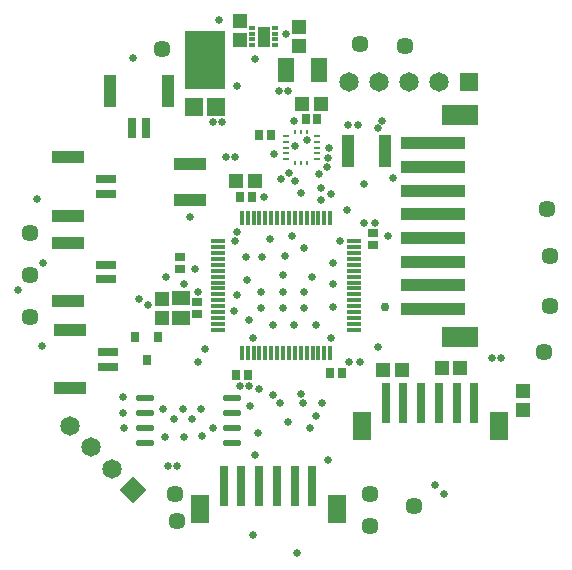
<source format=gts>
%TF.GenerationSoftware,Altium Limited,Altium Designer,25.0.2 (28)*%
G04 Layer_Color=8388736*
%FSLAX45Y45*%
%MOMM*%
%TF.SameCoordinates,35A56F3A-7D9F-4CF9-8D97-DF5CB8944ECC*%
%TF.FilePolarity,Negative*%
%TF.FileFunction,Soldermask,Top*%
%TF.Part,Single*%
G01*
G75*
%TA.AperFunction,SMDPad,CuDef*%
%ADD10R,1.01600X2.69240*%
%ADD12R,1.60020X2.38760*%
%ADD13R,0.71120X3.40360*%
%ADD16R,0.47500X0.24994*%
%ADD17R,0.24994X0.35000*%
G04:AMPARAMS|DCode=18|XSize=1.4986mm|YSize=0.5334mm|CornerRadius=0.13335mm|HoleSize=0mm|Usage=FLASHONLY|Rotation=0.000|XOffset=0mm|YOffset=0mm|HoleType=Round|Shape=RoundedRectangle|*
%AMROUNDEDRECTD18*
21,1,1.49860,0.26670,0,0,0.0*
21,1,1.23190,0.53340,0,0,0.0*
1,1,0.26670,0.61595,-0.13335*
1,1,0.26670,-0.61595,-0.13335*
1,1,0.26670,-0.61595,0.13335*
1,1,0.26670,0.61595,0.13335*
%
%ADD18ROUNDEDRECTD18*%
%ADD21R,2.69240X1.01600*%
%ADD22R,1.19380X0.30480*%
%ADD23R,0.30480X1.19380*%
%ADD25R,5.51180X0.99060*%
%ADD26R,3.09880X1.70180*%
%ADD27R,1.09220X2.79400*%
%ADD28R,0.66040X1.80340*%
%ADD29R,1.80340X0.66040*%
%ADD30R,2.79400X1.09220*%
%ADD60R,1.30000X1.25000*%
%ADD61R,1.40000X2.15000*%
%ADD62R,0.85000X0.75000*%
%ADD63R,1.25000X1.30000*%
%ADD64R,0.75000X0.85000*%
%ADD65R,1.62000X1.31000*%
%ADD66R,0.60160X0.35160*%
%ADD67R,1.00160X1.70160*%
%ADD68R,1.54000X1.55000*%
%ADD69R,3.51000X5.01000*%
%TA.AperFunction,ComponentPad*%
%ADD70C,1.45000*%
%ADD71P,2.33345X4X180.0*%
%ADD72C,1.65000*%
%ADD73R,1.65000X1.65000*%
%TA.AperFunction,ViaPad*%
%ADD74C,0.65800*%
%ADD75C,0.75000*%
D10*
X11328400Y8623300D02*
D03*
X11018520D02*
D03*
D12*
X9757800Y5591550D02*
D03*
X10917800D02*
D03*
X11129400Y6290050D02*
D03*
X12289400D02*
D03*
D13*
X9962800Y5786550D02*
D03*
X10112800D02*
D03*
X10262800D02*
D03*
X10412800D02*
D03*
X10562800D02*
D03*
X10712800D02*
D03*
X11334400Y6485050D02*
D03*
X11484400D02*
D03*
X11634400D02*
D03*
X11784400D02*
D03*
X11934400D02*
D03*
X12084400D02*
D03*
D16*
X10485946Y8748725D02*
D03*
Y8698713D02*
D03*
Y8648700D02*
D03*
Y8598687D02*
D03*
Y8548675D02*
D03*
X10748454D02*
D03*
Y8598687D02*
D03*
Y8648700D02*
D03*
Y8698713D02*
D03*
Y8748725D02*
D03*
D17*
X10567187Y8521205D02*
D03*
X10617200D02*
D03*
X10667213D02*
D03*
Y8776195D02*
D03*
X10617200D02*
D03*
X10567187D02*
D03*
D18*
X10030460Y6527800D02*
D03*
Y6400800D02*
D03*
Y6273800D02*
D03*
Y6146800D02*
D03*
X9298940Y6273800D02*
D03*
Y6400800D02*
D03*
Y6527800D02*
D03*
Y6146800D02*
D03*
D21*
X9677400Y8201660D02*
D03*
Y8511540D02*
D03*
D22*
X9915200Y7855300D02*
D03*
Y7805300D02*
D03*
Y7755300D02*
D03*
Y7705300D02*
D03*
Y7655300D02*
D03*
Y7605300D02*
D03*
Y7555300D02*
D03*
Y7505300D02*
D03*
Y7455300D02*
D03*
Y7405300D02*
D03*
Y7355300D02*
D03*
Y7305300D02*
D03*
Y7255300D02*
D03*
Y7205300D02*
D03*
Y7155300D02*
D03*
Y7105300D02*
D03*
X11065200D02*
D03*
Y7155300D02*
D03*
Y7205300D02*
D03*
Y7255300D02*
D03*
Y7305300D02*
D03*
Y7355300D02*
D03*
Y7405300D02*
D03*
Y7455300D02*
D03*
Y7505300D02*
D03*
Y7555300D02*
D03*
Y7605300D02*
D03*
Y7655300D02*
D03*
Y7705300D02*
D03*
Y7755300D02*
D03*
Y7805300D02*
D03*
Y7855300D02*
D03*
D23*
X10115200Y6905300D02*
D03*
X10165200D02*
D03*
X10215200D02*
D03*
X10265200D02*
D03*
X10315200D02*
D03*
X10365200D02*
D03*
X10415200D02*
D03*
X10465200D02*
D03*
X10515200D02*
D03*
X10565200D02*
D03*
X10615200D02*
D03*
X10665200D02*
D03*
X10715200D02*
D03*
X10765200D02*
D03*
X10815200D02*
D03*
X10865200D02*
D03*
Y8055300D02*
D03*
X10815200D02*
D03*
X10765200D02*
D03*
X10715200D02*
D03*
X10665200D02*
D03*
X10615200D02*
D03*
X10565200D02*
D03*
X10515200D02*
D03*
X10465200D02*
D03*
X10415200D02*
D03*
X10365200D02*
D03*
X10315200D02*
D03*
X10265200D02*
D03*
X10215200D02*
D03*
X10165200D02*
D03*
X10115200D02*
D03*
D25*
X11734800Y8683500D02*
D03*
Y8483500D02*
D03*
Y8283500D02*
D03*
Y8083500D02*
D03*
Y7883500D02*
D03*
Y7683500D02*
D03*
Y7483500D02*
D03*
Y7283500D02*
D03*
D26*
X11959990Y7043500D02*
D03*
Y8923500D02*
D03*
D27*
X8998100Y9129990D02*
D03*
X9493100D02*
D03*
D28*
X9183100Y8809990D02*
D03*
X9308100D02*
D03*
D29*
X8966200Y8382000D02*
D03*
Y8257000D02*
D03*
Y7533100D02*
D03*
Y7658100D02*
D03*
X8978900Y6919500D02*
D03*
Y6794500D02*
D03*
D30*
X8646200Y8567000D02*
D03*
Y8072000D02*
D03*
Y7348100D02*
D03*
Y7843100D02*
D03*
X8658900Y7104500D02*
D03*
Y6609500D02*
D03*
D60*
X11967200Y6781800D02*
D03*
X11807200D02*
D03*
X10626100Y9020400D02*
D03*
X10786100D02*
D03*
X10226275Y8364090D02*
D03*
X10066275D02*
D03*
X11471900Y6769100D02*
D03*
X11311900D02*
D03*
D61*
X10766841Y9309100D02*
D03*
X10491841D02*
D03*
D62*
X9588500Y7620000D02*
D03*
Y7720000D02*
D03*
X11226800Y7923200D02*
D03*
Y7823200D02*
D03*
X9734670Y7238066D02*
D03*
Y7338066D02*
D03*
D63*
X12496800Y6586200D02*
D03*
Y6426200D02*
D03*
X9442270Y7365215D02*
D03*
Y7205214D02*
D03*
X10602800Y9667000D02*
D03*
Y9507000D02*
D03*
X10096500Y9563100D02*
D03*
Y9723100D02*
D03*
D64*
X10069341Y6726910D02*
D03*
X10169341D02*
D03*
X10102894Y8233690D02*
D03*
X10202894D02*
D03*
X9404100Y7046900D02*
D03*
X9214100D02*
D03*
X9309100Y6846900D02*
D03*
X10961707Y6739610D02*
D03*
X10861707D02*
D03*
X10361589Y8757232D02*
D03*
X10261589D02*
D03*
X10756100Y8890000D02*
D03*
X10656100D02*
D03*
D65*
X9598470Y7201835D02*
D03*
Y7377836D02*
D03*
D66*
X10204700Y9663500D02*
D03*
Y9613500D02*
D03*
Y9563500D02*
D03*
Y9513500D02*
D03*
X10394700D02*
D03*
Y9563500D02*
D03*
Y9613500D02*
D03*
Y9663500D02*
D03*
D67*
X10299700Y9588500D02*
D03*
D68*
X9709300Y8991600D02*
D03*
X9893300D02*
D03*
D69*
X9801300Y9389800D02*
D03*
D70*
X11201400Y5448300D02*
D03*
Y5715000D02*
D03*
X9563100Y5486400D02*
D03*
X12700000Y8128000D02*
D03*
X11112500Y9525000D02*
D03*
X9436100Y9486900D02*
D03*
X9550400Y5715000D02*
D03*
X11569700Y5613400D02*
D03*
X8318500Y7213600D02*
D03*
Y7569200D02*
D03*
Y7924800D02*
D03*
X12725400Y7308850D02*
D03*
X12674600Y6921500D02*
D03*
X11493500Y9512300D02*
D03*
X12725400Y7734300D02*
D03*
D71*
X9196605Y5751295D02*
D03*
D72*
X9017000Y5930900D02*
D03*
X8837395Y6110505D02*
D03*
X8657790Y6290110D02*
D03*
X11023600Y9207500D02*
D03*
X11277600D02*
D03*
X11531600D02*
D03*
X11785600D02*
D03*
D73*
X12039600D02*
D03*
D74*
X10223500Y6045200D02*
D03*
X10210800Y5372100D02*
D03*
X10579100Y5219700D02*
D03*
X11823700Y5715000D02*
D03*
X11747500Y5791200D02*
D03*
X10248900Y6235700D02*
D03*
X10502900Y6324600D02*
D03*
X9715500Y7620000D02*
D03*
X9740900Y7429500D02*
D03*
X9474200Y7556500D02*
D03*
X9626600Y7493000D02*
D03*
X8216900Y7442200D02*
D03*
X8432800Y7670800D02*
D03*
X8420100Y6972300D02*
D03*
X8382000Y8216900D02*
D03*
X10629900Y6489700D02*
D03*
X10617200Y6565900D02*
D03*
X11264900Y6959600D02*
D03*
X10833100Y8483600D02*
D03*
X10845800Y8559800D02*
D03*
X10668000Y8712200D02*
D03*
X10566400Y8661400D02*
D03*
X10147300Y7721600D02*
D03*
X9779000Y6210300D02*
D03*
X9626600Y6197600D02*
D03*
X9461500D02*
D03*
X9867900Y6273800D02*
D03*
X9690100Y6350000D02*
D03*
X9537700D02*
D03*
X9766300Y6438900D02*
D03*
X9613900D02*
D03*
X9448800D02*
D03*
X11024167Y6836439D02*
D03*
X10172700Y7188200D02*
D03*
X10350500Y7874000D02*
D03*
X10541000Y7899400D02*
D03*
X10883900Y7670800D02*
D03*
Y7493000D02*
D03*
Y7302500D02*
D03*
X10642600Y7289800D02*
D03*
X10464800D02*
D03*
X10375900Y7150100D02*
D03*
X10553700D02*
D03*
X10744200D02*
D03*
X10706100Y7556500D02*
D03*
X10464800Y7569200D02*
D03*
X10642600Y7429500D02*
D03*
X10464800D02*
D03*
X10642600Y7797800D02*
D03*
X10477500Y7734300D02*
D03*
X10287000Y7721600D02*
D03*
X10160000Y7531100D02*
D03*
X10274300Y7429500D02*
D03*
Y7289800D02*
D03*
X10071100Y7404100D02*
D03*
X10871200Y7035800D02*
D03*
X10210800D02*
D03*
X10045700Y7264400D02*
D03*
X10058400Y7861300D02*
D03*
X10071100Y7937500D02*
D03*
X10947400Y7861300D02*
D03*
X11303000Y8877300D02*
D03*
X11264900Y8813800D02*
D03*
X10502900Y9131300D02*
D03*
X10426700D02*
D03*
X10553700Y8877300D02*
D03*
X10444260Y8382000D02*
D03*
X10388600Y8597900D02*
D03*
X10871200Y8255000D02*
D03*
X10071100Y9169400D02*
D03*
X9194800Y9410700D02*
D03*
X9918700Y9728200D02*
D03*
X10223500Y9398000D02*
D03*
X10297515Y9553268D02*
D03*
X10299900Y9626800D02*
D03*
X10261600Y6604000D02*
D03*
X10096500Y6629400D02*
D03*
X10172700D02*
D03*
X10185400Y6464300D02*
D03*
X9563100Y5956300D02*
D03*
X9486900D02*
D03*
X12230100Y6870700D02*
D03*
X12306300D02*
D03*
X10845800Y6007100D02*
D03*
X10693400Y6273800D02*
D03*
X11150600Y8343900D02*
D03*
X10744200Y6375400D02*
D03*
X10566400Y8369300D02*
D03*
X11113067Y6836439D02*
D03*
X11391900Y8394700D02*
D03*
X11239500Y8013700D02*
D03*
X10782300Y8305800D02*
D03*
X10767147Y8420829D02*
D03*
X10853900Y8648700D02*
D03*
X10617200Y8267700D02*
D03*
X11150600Y8013700D02*
D03*
X11010416Y8118878D02*
D03*
X9804400Y6946900D02*
D03*
X9740900Y6832600D02*
D03*
X9105900Y6540500D02*
D03*
X11099800Y8839200D02*
D03*
X11010900D02*
D03*
X10058400Y8572500D02*
D03*
X9982200D02*
D03*
X10795000Y6489700D02*
D03*
X11353800Y7899400D02*
D03*
X10375900Y6553200D02*
D03*
X9118600Y6273800D02*
D03*
X10439400Y6489700D02*
D03*
X9105900Y6400800D02*
D03*
X9245600Y7366000D02*
D03*
X9321800Y7315200D02*
D03*
X9677400Y8064500D02*
D03*
X10299700Y8229600D02*
D03*
X10490200Y9613900D02*
D03*
X9867900Y8864600D02*
D03*
X9944100D02*
D03*
X10782300Y8204200D02*
D03*
X10515600Y8432800D02*
D03*
D75*
X11328400Y7302500D02*
D03*
%TF.MD5,363e65f576769e15715473c7c60567e7*%
M02*

</source>
